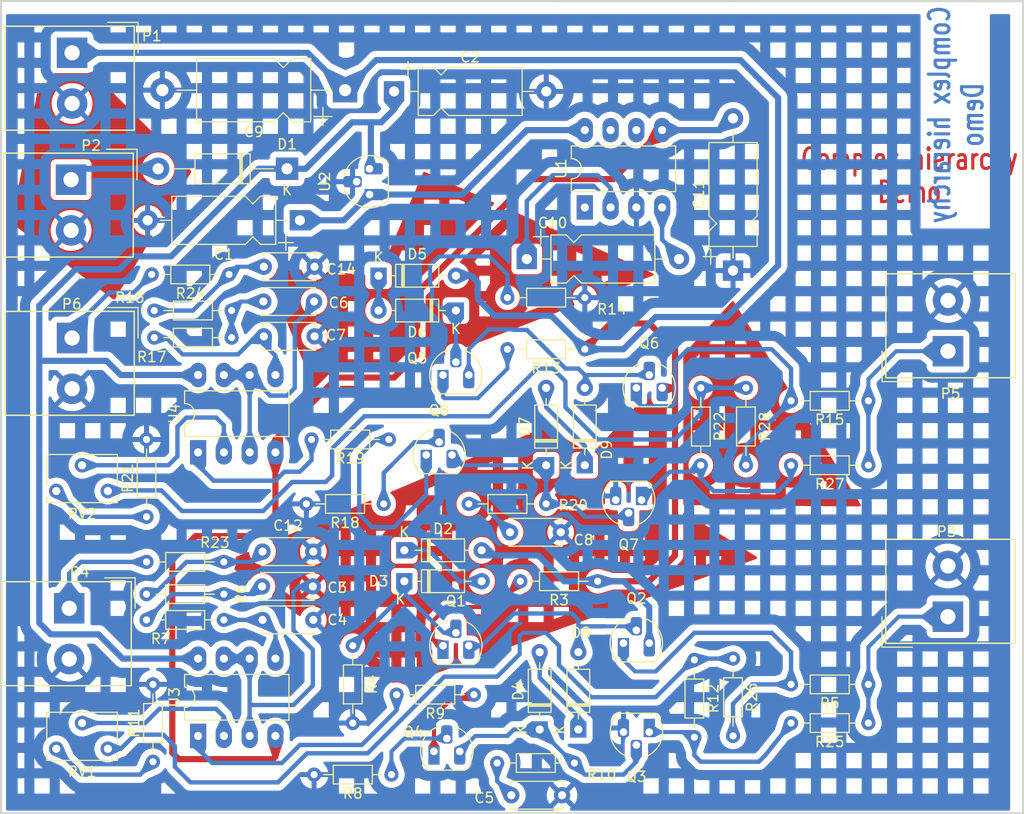
<source format=kicad_pcb>
(kicad_pcb (version 20221018) (generator pcbnew)
  (title_block (title "Actionneur_piezo") (company "Kicad devs") (comment 1 "Demo"))
  (layers (0 "F.Cu" power "top_copper") (1 "In1.Cu" signal) (2 "In2.Cu" signal) (3 "In3.Cu" signal) (4 "In4.Cu" signal) (5 "In5.Cu" signal) (6 "In6.Cu" signal) (7 "In7.Cu" signal) (8 "In8.Cu" signal) (9 "In9.Cu" signal) (10 "In10.Cu" signal) (11 "In11.Cu" signal) (12 "In12.Cu" signal) (13 "In13.Cu" signal) (14 "In14.Cu" signal) (15 "In15.Cu" signal) (16 "In16.Cu" signal) (17 "In17.Cu" signal) (18 "In18.Cu" signal) (31 "B.Cu" signal "bottom_copper") (34 "B.Paste" user) (35 "F.Paste" user) (36 "B.SilkS" user "B.Silkscreen") (37 "F.SilkS" user "F.Silkscreen") (38 "B.Mask" user) (39 "F.Mask" user) (44 "Edge.Cuts" user))
  (net 0 "")
  (net 1 "-VAA")
  (net 2 "/12Vext")
  (net 3 "/ampli_ht_horizontal/PIEZO_IN")
  (net 4 "/ampli_ht_horizontal/PIEZO_OUT")
  (net 5 "/ampli_ht_horizontal/S_OUT+")
  (net 6 "/ampli_ht_horizontal/Vpil_0_3,3V")
  (net 7 "/ampli_ht_vertical/PIEZO_IN")
  (net 8 "/ampli_ht_vertical/PIEZO_OUT")
  (net 9 "/ampli_ht_vertical/S_OUT+")
  (net 10 "/ampli_ht_vertical/Vpil_0_3,3V")
  (net 11 "GND")
  (net 12 "HT")
  (net 13 "Net-(U3B-+)")
  (net 14 "Net-(U4B-+)")
  (net 15 "Net-(C12-Pad1)")
  (net 16 "Net-(C14-Pad1)")
  (net 17 "Net-(C3-Pad2)")
  (net 18 "Net-(U1-CAP+)")
  (net 19 "Net-(C5-Pad1)")
  (net 20 "Net-(C6-Pad2)")
  (net 21 "Net-(U1-CAP-)")
  (net 22 "Net-(C8-Pad1)")
  (net 23 "Net-(D2-K)")
  (net 24 "Net-(D3-K)")
  (net 25 "Net-(D4-K)")
  (net 26 "Net-(D4-A)")
  (net 27 "Net-(R11-Pad1)")
  (net 28 "Net-(R19-Pad2)")
  (net 29 "Net-(R21-Pad1)")
  (net 30 "Net-(R9-Pad2)")
  (net 31 "Net-(D5-K)")
  (net 32 "Net-(D6-K)")
  (net 33 "VCC")
  (net 34 "Net-(D7-K)")
  (net 35 "Net-(D7-A)")
  (net 36 "Net-(D8-A)")
  (net 37 "Net-(D9-A)")
  (net 38 "Net-(Q1-E)")
  (net 39 "Net-(Q2-E)")
  (net 40 "+12V")
  (net 41 "Net-(Q3-E)")
  (net 42 "Net-(Q4-E)")
  (net 43 "Net-(Q4-B)")
  (net 44 "Net-(Q5-E)")
  (net 45 "Net-(Q6-E)")
  (net 46 "Net-(Q7-E)")
  (net 47 "Net-(Q8-E)")
  (net 48 "Net-(Q8-B)")
  (net 49 "Net-(U3A--)")
  (net 50 "Net-(U4A--)")
  (footprint "Capacitor_THT:CP_Axial_L10.0mm_D4.5mm_P15.00mm_Horizontal" (layer "F.Cu") (at 126.619 60.706)
    (fp_text reference "C2")
    (fp_text value "47uF/20V")
  )
  (footprint "Capacitor_THT:CP_Axial_L11.0mm_D6.0mm_P18.00mm_Horizontal" (layer "F.Cu") (at 121.793 60.579 180)
    (fp_text reference "C9")
    (fp_text value "47uF/63V")
  )
  (footprint "Capacitor_THT:CP_Axial_L10.0mm_D4.5mm_P15.00mm_Horizontal" (layer "F.Cu") (at 139.7 77.216)
    (fp_text reference "C10")
    (fp_text value "10uF")
  )
  (footprint "Capacitor_THT:CP_Axial_L10.0mm_D4.5mm_P15.00mm_Horizontal" (layer "F.Cu") (at 160.02 78.359 90)
    (fp_text reference "C11")
    (fp_text value "10uF")
  )
  (footprint "Package_TO_SOT_THT:TO-92_HandSolder" (layer "F.Cu") (at 131.445 115.316)
    (fp_text reference "Q1")
    (fp_text value "MPSA92")
  )
  (footprint "Package_TO_SOT_THT:TO-92_HandSolder" (layer "F.Cu") (at 151.765 123.825 180)
    (fp_text reference "Q3")
    (fp_text value "MPSA92")
  )
  (footprint "Package_TO_SOT_THT:TO-92_HandSolder" (layer "F.Cu") (at 131.445 88.646)
    (fp_text reference "Q5")
    (fp_text value "MPSA92")
  )
  (footprint "Package_TO_SOT_THT:TO-92_HandSolder" (layer "F.Cu") (at 150.495 89.916)
    (fp_text reference "Q6")
    (fp_text value "MPSA42")
  )
  (footprint "Package_TO_SOT_THT:TO-92_HandSolder" (layer "F.Cu") (at 151.003 100.965 180)
    (fp_text reference "Q7")
    (fp_text value "MPSA92")
  )
  (footprint "Package_TO_SOT_THT:TO-92_HandSolder" (layer "F.Cu") (at 129.794 96.52)
    (fp_text reference "Q8")
    (fp_text value "MPSA42")
  )
  (footprint "Potentiometer_THT:Potentiometer_Bourns_3266W_Vertical" (layer "F.Cu") (at 93.345 125.476 180)
    (fp_text reference "RV1")
    (fp_text value "4,7K")
  )
  (footprint "Potentiometer_THT:Potentiometer_Bourns_3266W_Vertical" (layer "F.Cu") (at 93.345 100.076 180)
    (fp_text reference "RV2")
    (fp_text value "4,7K")
  )
  (footprint "Package_TO_SOT_THT:TO-92_HandSolder" (layer "F.Cu") (at 124.206 70.866 90)
    (fp_text reference "U2")
    (fp_text value "78L05")
  )
  (footprint "Resistor_THT:R_Axial_DIN0204_L3.6mm_D1.6mm_P7.62mm_Horizontal" (layer "F.Cu") (at 126.111 94.996 180)
    (fp_text reference "R19")
    (fp_text value "1K")
  )
  (footprint "Resistor_THT:R_Axial_DIN0204_L3.6mm_D1.6mm_P7.62mm_Horizontal" (layer "F.Cu") (at 109.855 110.236 180)
    (fp_text reference "R6")
    (fp_text value "22K")
  )
  (footprint "Resistor_THT:R_Axial_DIN0204_L3.6mm_D1.6mm_P7.62mm_Horizontal" (layer "F.Cu") (at 125.603 101.346 180)
    (fp_text reference "R18")
    (fp_text value "1K")
  )
  (footprint "Resistor_THT:R_Axial_DIN0204_L3.6mm_D1.6mm_P7.62mm_Horizontal" (layer "F.Cu") (at 110.617 82.296 180)
    (fp_text reference "R16")
    (fp_text value "22K")
  )
  (footprint "Resistor_THT:R_Axial_DIN0204_L3.6mm_D1.6mm_P7.62mm_Horizontal" (layer "F.Cu") (at 173.355 91.186 180)
    (fp_text reference "R15")
    (fp_text value "47")
  )
  (footprint "Resistor_THT:R_Axial_DIN0204_L3.6mm_D1.6mm_P7.62mm_Horizontal" (layer "F.Cu") (at 137.795 81.026)
    (fp_text reference "R14")
    (fp_text value "220K")
  )
  (footprint "Resistor_THT:R_Axial_DIN0204_L3.6mm_D1.6mm_P7.62mm_Horizontal" (layer "F.Cu") (at 145.415 86.106 180)
    (fp_text reference "R13")
    (fp_text value "470")
  )
  (footprint "Resistor_THT:R_Axial_DIN0204_L3.6mm_D1.6mm_P7.62mm_Horizontal" (layer "F.Cu") (at 156.21 116.713 -90)
    (fp_text reference "R12")
    (fp_text value "220K")
  )
  (footprint "Resistor_THT:R_Axial_DIN0204_L3.6mm_D1.6mm_P7.62mm_Horizontal" (layer "F.Cu") (at 102.87 126.746 90)
    (fp_text reference "R11")
    (fp_text value "4,7K")
  )
  (footprint "Resistor_THT:R_Axial_DIN0204_L3.6mm_D1.6mm_P7.62mm_Horizontal" (layer "F.Cu") (at 144.399 126.873 180)
    (fp_text reference "R10")
    (fp_text value "5,6K")
  )
  (footprint "Resistor_THT:R_Axial_DIN0204_L3.6mm_D1.6mm_P7.62mm_Horizontal" (layer "F.Cu") (at 134.493 120.142 180)
    (fp_text reference "R9")
    (fp_text value "1K")
  )
  (footprint "Resistor_THT:R_Axial_DIN0204_L3.6mm_D1.6mm_P7.62mm_Horizontal" (layer "F.Cu") (at 126.365 128.016 180)
    (fp_text reference "R8")
    (fp_text value "1K")
  )
  (footprint "Resistor_THT:R_Axial_DIN0204_L3.6mm_D1.6mm_P7.62mm_Horizontal" (layer "F.Cu") (at 109.855 112.776 180)
    (fp_text reference "R7")
    (fp_text value "22K")
  )
  (footprint "Resistor_THT:R_Axial_DIN0204_L3.6mm_D1.6mm_P7.62mm_Horizontal" (layer "F.Cu") (at 102.997 84.963)
    (fp_text reference "R17")
    (fp_text value "22K")
  )
  (footprint "Resistor_THT:R_Axial_DIN0204_L3.6mm_D1.6mm_P7.62mm_Horizontal" (layer "F.Cu") (at 102.235 102.616 90)
    (fp_text reference "R21")
    (fp_text value "4,7K")
  )
  (footprint "Resistor_THT:R_Axial_DIN0204_L3.6mm_D1.6mm_P7.62mm_Horizontal" (layer "F.Cu") (at 146.685 108.966 180)
    (fp_text reference "R3")
    (fp_text value "470")
  )
  (footprint "Resistor_THT:R_Axial_DIN0204_L3.6mm_D1.6mm_P7.62mm_Horizontal" (layer "F.Cu") (at 122.555 115.316 -90)
    (fp_text reference "R4")
    (fp_text value "220K")
  )
  (footprint "Resistor_THT:R_Axial_DIN0204_L3.6mm_D1.6mm_P7.62mm_Horizontal" (layer "F.Cu") (at 173.355 119.126 180)
    (fp_text reference "R5")
    (fp_text value "47")
  )
  (footprint "Resistor_THT:R_Axial_DIN0204_L3.6mm_D1.6mm_P7.62mm_Horizontal" (layer "F.Cu") (at 161.29 89.916 -90)
    (fp_text reference "R28")
    (fp_text value "220K")
  )
  (footprint "Resistor_THT:R_Axial_DIN0204_L3.6mm_D1.6mm_P7.62mm_Horizontal" (layer "F.Cu") (at 173.355 97.536 180)
    (fp_text reference "R27")
    (fp_text value "47")
  )
  (footprint "Resistor_THT:R_Axial_DIN0204_L3.6mm_D1.6mm_P7.62mm_Horizontal" (layer "F.Cu") (at 160.02 116.586 -90)
    (fp_text reference "R26")
    (fp_text value "220K")
  )
  (footprint "Resistor_THT:R_Axial_DIN0204_L3.6mm_D1.6mm_P7.62mm_Horizontal" (layer "F.Cu") (at 173.355 122.936 180)
    (fp_text reference "R25")
    (fp_text value "47")
  )
  (footprint "Resistor_THT:R_Axial_DIN0204_L3.6mm_D1.6mm_P7.62mm_Horizontal" (layer "F.Cu") (at 110.363 78.74 180)
    (fp_text reference "R24")
    (fp_text value "1K")
  )
  (footprint "Resistor_THT:R_Axial_DIN0204_L3.6mm_D1.6mm_P7.62mm_Horizontal" (layer "F.Cu") (at 109.855 107.061 180)
    (fp_text reference "R23")
    (fp_text value "1K")
  )
  (footprint "Resistor_THT:R_Axial_DIN0204_L3.6mm_D1.6mm_P7.62mm_Horizontal" (layer "F.Cu") (at 156.845 89.916 -90)
    (fp_text reference "R22")
    (fp_text value "220K")
  )
  (footprint "Resistor_THT:R_Axial_DIN0204_L3.6mm_D1.6mm_P7.62mm_Horizontal" (layer "F.Cu") (at 141.605 101.346 180)
    (fp_text reference "R20")
    (fp_text value "5,6K")
  )
  (footprint "Package_DIP:DIP-8_W7.62mm_LongPads" (layer "F.Cu") (at 107.315 96.266 90)
    (fp_text reference "U4")
    (fp_text value "LM358N")
  )
  (footprint "Package_DIP:DIP-8_W7.62mm_LongPads" (layer "F.Cu") (at 145.415 72.136 90)
    (fp_text reference "U1")
    (fp_text value "ICL7660")
  )
  (footprint "Package_DIP:DIP-8_W7.62mm_LongPads" (layer "F.Cu") (at 107.315 124.206 90)
    (fp_text reference "U3")
    (fp_text value "LM358N")
  )
  (footprint "Capacitor_THT:C_Disc_D5.0mm_W2.5mm_P5.00mm" (layer "F.Cu") (at 138.049 104.14)
    (fp_text reference "C8")
    (fp_text value "820pF")
  )
  (footprint "Capacitor_THT:C_Disc_D5.0mm_W2.5mm_P5.00mm" (layer "F.Cu") (at 113.792 84.836)
    (fp_text reference "C7")
    (fp_text value "4.7nF")
  )
  (footprint "Capacitor_THT:C_Disc_D5.0mm_W2.5mm_P5.00mm" (layer "F.Cu") (at 118.745 81.407 180)
    (fp_text reference "C6")
    (fp_text value "15nF")
  )
  (footprint "Capacitor_THT:C_Disc_D5.0mm_W2.5mm_P5.00mm" (layer "F.Cu") (at 138.176 130.048)
    (fp_text reference "C5")
    (fp_text value "820pF")
  )
  (footprint "Capacitor_THT:C_Disc_D5.0mm_W2.5mm_P5.00mm" (layer "F.Cu") (at 113.665 106.045)
    (fp_text reference "C12")
    (fp_text value "150nF")
  )
  (footprint "Capacitor_THT:C_Disc_D5.0mm_W2.5mm_P5.00mm" (layer "F.Cu") (at 113.792 77.978)
    (fp_text reference "C14")
    (fp_text value "150nF")
  )
  (footprint "Capacitor_THT:C_Disc_D5.0mm_W2.5mm_P5.00mm" (layer "F.Cu") (at 113.665 112.776)
    (fp_text reference "C4")
    (fp_text value "4.7nF")
  )
  (footprint "Capacitor_THT:C_Disc_D5.0mm_W2.5mm_P5.00mm" (layer "F.Cu") (at 118.618 109.474 180)
    (fp_text reference "C3")
    (fp_text value "15nF")
  )
  (footprint "Diode_THT:D_DO-41_SOD81_P12.70mm_Horizontal" (layer "F.Cu") (at 116.078 68.326 180)
    (fp_text reference "D1")
    (fp_text value "1N4007")
  )
  (footprint "Diode_THT:D_DO-35_SOD27_P7.62mm_Horizontal" (layer "F.Cu") (at 125.095 78.867)
    (fp_text reference "D5")
    (fp_text value "1N4148")
  )
  (footprint "Diode_THT:D_DO-35_SOD27_P7.62mm_Horizontal" (layer "F.Cu") (at 144.78 123.571 90)
    (fp_text reference "D8")
    (fp_text value "1N4148")
  )
  (footprint "Diode_THT:D_DO-35_SOD27_P7.62mm_Horizontal" (layer "F.Cu") (at 127.635 105.918)
    (fp_text reference "D2")
    (fp_text value "1N4148")
  )
  (footprint "Diode_THT:D_DO-35_SOD27_P7.62mm_Horizontal" (layer "F.Cu") (at 127.635 108.966)
    (fp_text reference "D3")
    (fp_text value "1N4148")
  )
  (footprint "Diode_THT:D_DO-35_SOD27_P7.62mm_Horizontal" (layer "F.Cu") (at 141.605 97.536 90)
    (fp_text reference "D7")
    (fp_text value "1N4148")
  )
  (footprint "Diode_THT:D_DO-35_SOD27_P7.62mm_Horizontal" (layer "F.Cu") (at 132.715 82.296 180)
    (fp_text reference "D6")
    (fp_text value "1N4148")
  )
  (footprint "Diode_THT:D_DO-35_SOD27_P7.62mm_Horizontal" (layer "F.Cu") (at 140.97 123.571 90)
    (fp_text reference "D4")
    (fp_text value "1N4148")
  )
  (footprint "Diode_THT:D_DO-35_SOD27_P7.62mm_Horizontal" (layer "F.Cu") (at 145.415 97.536 90)
    (fp_text reference "D9")
    (fp_text value "1N4148")
  )
  (footprint "TerminalBlock_Altech:Altech_AK300_1x02_P5.00mm_45-Degree" (layer "F.Cu") (at 94.9 56.9 -90)
    (fp_text reference "P1")
    (fp_text value "CONN_2")
  )
  (footprint "TerminalBlock_Altech:Altech_AK300_1x02_P5.00mm_45-Degree" (layer "F.Cu") (at 94.8 69.4 -90)
    (fp_text reference "P2")
    (fp_text value "CONN_2")
  )
  (footprint "TerminalBlock_Altech:Altech_AK300_1x02_P5.00mm_45-Degree" (layer "F.Cu") (at 94.615 111.633 -90)
    (fp_text reference "P4")
    (fp_text value "CONN_2")
  )
  (footprint "TerminalBlock_Altech:Altech_AK300_1x02_P5.00mm_45-Degree" (layer "F.Cu") (at 181.1925 112.4575 90)
    (fp_text reference "P3")
    (fp_text value "CONN_2")
  )
  (footprint "TerminalBlock_Altech:Altech_AK300_1x02_P5.00mm_45-Degree" (layer "F.Cu") (at 94.9 85 -90)
    (fp_text reference "P6")
    (fp_text value "CONN_2")
  )
  (footprint "TerminalBlock_Altech:Altech_AK300_1x02_P5.00mm_45-Degree" (layer "F.Cu") (at 181.2 86.3 90)
    (fp_text reference "P5")
    (fp_text value "CONN_2")
  )
  (footprint "Package_TO_SOT_THT:TO-92_HandSolder" (layer "F.Cu") (at 149.225 115.062)
    (fp_text reference "Q2")
    (fp_text value "MPSA42")
  )
  (footprint "Package_TO_SOT_THT:TO-92_HandSolder" (layer "F.Cu") (at 130.556 125.73)
    (fp_text reference "Q4")
    (fp_text value "MPSA42")
  )
  (footprint "Capacitor_THT:CP_Axial_L10.0mm_D4.5mm_P15.00mm_Horizontal" (layer "F.Cu") (at 117.348 73.406 180)
    (fp_text reference "C1")
    (fp_text value "47uF")
  )
  (gr_line (start 87.9 131.826) (end 87.9 51.8) (stroke (width 0.2032)) (layer "Edge.Cuts"))
  (gr_line (start 188.595 131.826) (end 87.9 131.826) (stroke (width 0.2032)) (layer "Edge.Cuts"))
  (gr_line (start 87.9 51.8) (end 188.595 51.816) (stroke (width 0.2032)) (layer "Edge.Cuts"))
  (gr_line (start 188.595 51.816) (end 188.595 131.826) (stroke (width 0.2032)) (layer "Edge.Cuts"))
  (gr_text "Complex hierarchy\nDemo" (at 177.4 69) (layer "F.Cu") (effects (font (size 2.032 1.524) (thickness 0.3048))))
  (gr_text "Complex hierarchy\nDemo" (at 182 63 90) (layer "B.Cu") (effects (font (size 2.032 1.524) (thickness 0.3048)) (justify mirror)))
  (segment (start 107.061 104.521) (end 104.775 106.807) (width 0.6096) (layer "F.Cu") (net 1))
  (segment (start 105.41 126.492) (end 114.681 126.492) (width 0.6096) (layer "F.Cu") (net 1))
  (segment (start 104.775 106.807) (end 104.775 125.857) (width 0.6096) (layer "F.Cu") (net 1))
  (segment (start 128.905 86.614) (end 128.905 80.518) (width 0.6096) (layer "F.Cu") (net 1))
  (segment (start 140.081 69.342) (end 148.209 69.342) (width 0.6096) (layer "F.Cu") (net 1))
  (segment (start 148.209 69.342) (end 153.035 64.516) (width 0.6096) (layer "F.Cu") (net 1))
  (segment (start 128.905 80.518) (end 140.081 69.342) (width 0.6096) (layer "F.Cu") (net 1))
  (segment (start 114.935 102.108) (end 114.935 102.362) (width 0.6096) (layer "F.Cu") (net 1))
  (segment (start 114.935 96.266) (end 114.935 94.996) (width 0.6096) (layer "F.Cu") (net 1))
  (segment (start 114.935 94.996) (end 121.031 88.9) (width 0.6096) (layer "F.Cu") (net 1))
  (segment (start 114.935 126.238) (end 114.935 124.206) (width 0.6096) (layer "F.Cu") (net 1))
  (segment (start 114.935 102.362) (end 112.776 104.521) (width 0.6096) (layer "F.Cu") (net 1))
  (segment (start 105.41 126.492) (end 104.775 125.857) (width 0.6096) (layer "F.Cu") (net 1))
  (segment (start 121.031 88.9) (end 126.619 88.9) (width 0.6) (layer "F.Cu") (net 1))
  (segment (start 112.776 104.521) (end 107.061 104.521) (width 0.6096) (layer "F.Cu") (net 1))
  (segment (start 114.681 126.492) (end 114.935 126.238) (width 0.6096) (layer "F.Cu") (net 1))
  (segment (start 126.619 88.9) (end 128.905 86.614) (width 0.6096) (layer "F.Cu") (net 1))
  (segment (start 114.935 96.266) (end 114.935 102.108) (width 0.6096) (layer "F.Cu") (net 1))
  (segment (start 153.035 64.516) (end 158.75 64.516) (width 0.6096) (layer "B.Cu") (net 1))
  (segment (start 158.75 64.516) (end 160.02 63.246) (width 0.6096) (layer "B.Cu") (net 1))
  (segment (start 103.378 68.326) (end 95.874 68.326) (width 0.6) (layer "B.Cu") (net 2))
  (segment (start 95.874 68.326) (end 94.8 69.4) (width 0.6) (layer "B.Cu") (net 2))
  (segment (start 98.552 80.518) (end 100.965 80.518) (width 0.4318) (layer "B.Cu") (net 3))
  (segment (start 95.885 83.185) (end 98.552 80.518) (width 0.4318) (layer "B.Cu") (net 3))
  (segment (start 95.885 84.836) (end 95.885 83.185) (width 0.4318) (layer "B.Cu") (net 3))
  (segment (start 100.965 80.518) (end 102.743 78.74) (width 0.4318) (layer "B.Cu") (net 3))
  (segment (start 173.355 89.045) (end 173.355 91.186) (width 0.4) (layer "B.Cu") (net 4))
  (segment (start 173.355 97.536) (end 173.355 91.186) (width 0.4318) (layer "B.Cu") (net 4))
  (segment (start 176.1 86.3) (end 173.355 89.045) (width 0.4) (layer "B.Cu") (net 4))
  (segment (start 181.2 86.3) (end 176.1 86.3) (width 0.4) (layer "B.Cu") (net 4))
  (segment (start 116.586 99.187) (end 119.888 99.187) (width 0.4318) (layer "B.Cu") (net 5))
  (segment (start 156.845 89.916) (end 156.845 92.456) (width 0.4318) (layer "B.Cu") (net 5))
  (segment (start 143.51 91.821) (end 146.685 94.996) (width 0.4318) (layer "B.Cu") (net 5))
  (segment (start 140.589 88.011) (end 142.24 88.011) (width 0.4318) (layer "B.Cu") (net 5))
  (segment (start 98.48596 100.01504) (end 103.69804 100.01504) (width 0.4318) (layer "B.Cu") (net 5))
  (segment (start 113.7285 102.0445) (end 116.586 99.187) (width 0.4318) (layer "B.Cu") (net 5))
  (segment (start 123.698 92.71) (end 120.523 95.885) (width 0.4318) (layer "B.Cu") (net 5))
  (segment (start 105.7275 102.0445) (end 113.7285 102.0445) (width 0.4318) (layer "B.Cu") (net 5))
  (segment (start 142.24 88.011) (end 143.51 89.281) (width 0.4318) (layer "B.Cu") (net 5))
  (segment (start 135.89 92.71) (end 123.698 92.71) (width 0.4318) (layer "B.Cu") (net 5))
  (segment (start 154.305 94.996) (end 146.685 94.996) (width 0.4318) (layer "B.Cu") (net 5))
  (segment (start 143.51 89.281) (end 143.51 91.821) (width 0.4318) (layer "B.Cu") (net 5))
  (segment (start 135.89 92.71) (end 136.017 92.71) (width 0.4) (layer "B.Cu") (net 5))
  (segment (start 120.523 95.885) (end 120.523 98.552) (width 0.4318) (layer "B.Cu") (net 5))
  (segment (start 119.888 99.187) (end 120.523 98.552) (width 0.4318) (layer "B.Cu") (net 5))
  (segment (start 105.7275 102.0445) (end 103.69804 100.01504) (width 0.4318) (layer "B.Cu") (net 5))
  (segment (start 140.589 88.138) (end 140.589 88.011) (width 0.4) (layer "B.Cu") (net 5))
  (segment (start 98.425 100.076) (end 98.48596 100.01504) (width 0.4318) (layer "B.Cu") (net 5))
  (segment (start 156.845 89.916) (end 161.29 89.916) (width 0.4318) (layer "B.Cu") (net 5))
  (segment (start 156.845 92.456) (end 154.305 94.996) (width 0.4318) (layer "B.Cu") (net 5))
  (segment (start 136.017 92.71) (end 140.589 88.138) (width 0.4) (layer "B.Cu") (net 5))
  (segment (start 109.855 88.646) (end 112.395 88.646) (width 0.4318) (layer "B.Cu") (net 6))
  (segment (start 114.427 90.678) (end 112.395 88.646) (width 0.4318) (layer "B.Cu") (net 6))
  (segment (start 118.745 82.042) (end 116.84 83.566) (width 0.4318) (layer "B.Cu") (net 6))
  (segment (start 116.078 90.678) (end 114.427 90.678) (width 0.4318) (layer "B.Cu") (net 6))
  (segment (start 116.84 83.566) (end 116.84 89.916) (width 0.4318) (layer "B.Cu") (net 6))
  (segment (start 112.395 88.646) (end 112.395 96.266) (width 0.4318) (layer "B.Cu") (net 6))
  (segment (start 116.84 89.916) (end 116.078 90.678) (width 0.4318) (layer "B.Cu") (net 6))
  (segment (start 118.745 81.407) (end 118.745 82.042) (width 0.4318) (layer "B.Cu") (net 6))
  (segment (start 94.615 108.204) (end 95.758 107.061) (width 0.4318) (layer "B.Cu") (net 7))
  (segment (start 94.615 111.506) (end 94.615 108.204) (width 0.4318) (layer "B.Cu") (net 7))
  (segment (start 95.758 107.061) (end 102.235 107.061) (width 0.4318) (layer "B.Cu") (net 7))
  (segment (start 173.355 122.936) (end 173.355 119.126) (width 0.4318) (layer "B.Cu") (net 8))
  (segment (start 173.355 115.445) (end 173.355 119.126) (width 0.4) (layer "B.Cu") (net 8))
  (segment (start 181.1925 112.4575) (end 176.3425 112.4575) (width 0.4) (layer "B.Cu") (net 8))
  (segment (start 176.3425 112.4575) (end 173.355 115.445) (width 0.4) (layer "B.Cu") (net 8))
  (segment (start 146.05 120.396) (end 152.4 120.396) (width 0.4318) (layer "B.Cu") (net 9))
  (segment (start 139.319 114.046) (end 139.0015 114.3635) (width 0.4) (layer "B.Cu") (net 9))
  (segment (start 142.875 115.316) (end 142.875 117.221) (width 0.4318) (layer "B.Cu") (net 9))
  (segment (start 152.4 120.396) (end 156.21 116.586) (width 0.4318) (layer "B.Cu") (net 9))
  (segment (start 105.029 127.254) (end 106.553 128.778) (width 0.4318) (layer "B.Cu") (net 9))
  (segment (start 141.097 114.046) (end 141.605 114.046) (width 0.4318) (layer "B.Cu") (net 9))
  (segment (start 98.425 125.476) (end 99.695 125.476) (width 0.4318) (layer "B.Cu") (net 9))
  (segment (start 156.21 116.586) (end 160.02 116.586) (width 0.4318) (layer "B.Cu") (net 9))
  (segment (start 118.0465 125.9205) (end 124.0155 125.9205) (width 0.4318) (layer "B.Cu") (net 9))
  (segment (start 141.605 114.046) (end 142.875 115.316) (width 0.4318) (layer "B.Cu") (net 9))
  (segment (start 142.875 117.221) (end 146.05 120.396) (width 0.4318) (layer "B.Cu") (net 9))
  (segment (start 101.092 124.079) (end 103.886 124.079) (width 0.4318) (layer "B.Cu") (net 9))
  (segment (start 141.097 114.046) (end 139.319 114.046) (width 0.4) (layer "B.Cu") (net 9))
  (segment (start 124.0155 125.9205) (end 131.572 118.364) (width 0.4318) (layer "B.Cu") (net 9))
  (segment (start 139.0015 114.3635) (end 139.0015 116.1415) (width 0.4) (layer "B.Cu") (net 9))
  (segment (start 136.779 118.364) (end 139.0015 116.1415) (width 0.4318) (layer "B.Cu") (net 9))
  (segment (start 99.695 125.476) (end 101.092 124.079) (width 0.4318) (layer "B.Cu") (net 9))
  (segment (start 105.029 125.222) (end 105.029 127.254) (width 0.4318) (layer "B.Cu") (net 9))
  (segment (start 115.189 128.778) (end 118.0465 125.9205) (width 0.4318) (layer "B.Cu") (net 9))
  (segment (start 131.572 118.364) (end 136.779 118.364) (width 0.4318) (layer "B.Cu") (net 9))
  (segment (start 103.886 124.079) (end 105.029 125.222) (width 0.4318) (layer "B.Cu") (net 9))
  (segment (start 106.553 128.778) (end 115.189 128.778) (width 0.4318) (layer "B.Cu") (net 9))
  (segment (start 116.713 111.76) (end 116.713 113.792) (width 0.4318) (layer "B.Cu") (net 10))
  (segment (start 116.713 109.982) (end 117.221 109.474) (width 0.4) (layer "B.Cu") (net 10))
  (segment (start 117.221 109.474) (end 118.618 109.474) (width 0.4) (layer "B.Cu") (net 10))
  (segment (start 112.395 116.586) (end 109.855 116.586) (width 0.4318) (layer "B.Cu") (net 10))
  (segment (start 118.618 119.253) (end 116.713 121.158) (width 0.4318) (layer "B.Cu") (net 10))
  (segment (start 116.713 113.792) (end 118.618 115.697) (width 0.4318) (layer "B.Cu") (net 10))
  (segment (start 112.395 121.158) (end 112.395 116.586) (width 0.4318) (layer "B.Cu") (net 10))
  (segment (start 116.713 121.158) (end 112.395 121.158) (width 0.4318) (layer "B.Cu") (net 10))
  (segment (start 116.713 111.76) (end 116.713 109.982) (width 0.4) (layer "B.Cu") (net 10))
  (segment (start 112.395 124.206) (end 112.395 121.158) (width 0.4318) (layer "B.Cu") (net 10))
  (segment (start 118.618 115.697) (end 118.618 119.253) (width 0.4318) (layer "B.Cu") (net 10))
  (segment (start 154.305 106.426) (end 151.765 108.966) (width 0.6096) (layer "F.Cu") (net 12))
  (segment (start 145.415 86.106) (end 147.955 83.566) (width 0.6096) (layer "F.Cu") (net 12))
  (segment (start 154.178 89.916) (end 154.305 90.043) (width 0.6) (layer "F.Cu") (net 12))
  (segment (start 154.305 86.106) (end 154.305 90.043) (width 0.6096) (layer "F.Cu") (net 12))
  (segment (start 151.765 83.566) (end 154.305 86.106) (width 0.6096) (layer "F.Cu") (net 12))
  (segment (start 147.955 83.566) (end 151.765 83.566) (width 0.6096) (layer "F.Cu") (net 12))
  (segment (start 151.765 108.966) (end 146.685 108.966) (width 0.6096) (layer "F.Cu") (net 12))
  (segment (start 153.035 89.916) (end 154.178 89.916) (width 0.6) (layer "F.Cu") (net 12))
  (segment (start 154.305 90.043) (end 154.305 106.426) (width 0.6096) (layer "F.Cu") (net 12))
  (segment (start 135.763 106.426) (end 135.255 105.918) (width 0.6) (layer "B.Cu") (net 12))
  (segment (start 136.525 82.80146) (end 142.11046 82.80146) (width 0.6096) (layer "B.Cu") (net 12))
  (segment (start 136.52246 82.80146) (end 134.874 81.153) (width 0.6) (layer "B.Cu") (net 12))
  (segment (start 134.874 81.153) (end 134.874 79.502) (width 0.6) (layer "B.Cu") (net 12))
  (segment (start 134.874 79.502) (end 134.239 78.867) (width 0.6) (layer "B.Cu") (net 12))
  (segment (start 134.239 78.867) (end 132.715 78.867) (width 0.6) (layer "B.Cu") (net 12))
  (segment (start 121.89206 60.579) (end 124.8537 57.61736) (width 0.6) (layer "B.Cu") (net 12))
  (segment (start 142.11046 82.80146) (end 145.415 86.106) (width 0.6096) (layer "B.Cu") (net 12))
  (segment (start 143.383 108.966) (end 146.685 108.966) (width 0.6096) (layer "B.Cu") (net 12))
  (segment (start 117.15858 56.9) (end 118.114 56.9) (width 0.6) (layer "B.Cu") (net 12))
  (segment (start 151.765 111.506) (end 149.225 108.966) (width 0.6) (layer "B.Cu") (net 12))
  (segment (start 140.843 106.426) (end 143.383 108.966) (width 0.6096) (layer "B.Cu") (net 12))
  (segment (start 124.8537 57.61736) (end 160.74136 57.61736) (width 0.6096) (layer "B.Cu") (net 12))
  (segment (start 160.74136 57.61736) (end 164.465 61.341) (width 0.6096) (layer "B.Cu") (net 12))
  (segment (start 149.225 108.966) (end 146.685 108.966) (width 0.6) (layer "B.Cu") (net 12))
  (segment (start 152.4 82.931) (end 149.225 86.106) (width 0.6096) (layer "B.Cu") (net 12))
  (segment (start 159.385 82.931) (end 152.4 82.931) (width 0.6096) (layer "B.Cu") (net 12))
  (segment (start 164.465 77.851) (end 159.385 82.931) (width 0.6096) (layer "B.Cu") (net 12))
  (segment (start 140.716 106.426) (end 135.763 106.426) (width 0.6) (layer "B.Cu") (net 12))
  (segment (start 140.716 106.426) (end 140.843 106.426) (width 0.6096) (layer "B.Cu") (net 12))
  (segment (start 164.465 61.341) (end 164.465 77.851) (width 0.6096) (layer "B.Cu") (net 12))
  (segment (start 149.225 86.106) (end 145.415 86.106) (width 0.6096) (layer "B.Cu") (net 12))
  (segment (start 117.15858 56.9) (end 94.9 56.9) (width 0.6096) (layer "B.Cu") (net 12))
  (segment (start 121.793 60.579) (end 121.89206 60.579) (width 0.6) (layer "B.Cu") (net 12))
  (segment (start 151.765 115.062) (end 151.765 111.506) (width 0.6) (layer "B.Cu") (net 12))
  (segment (start 136.525 82.80146) (end 136.52246 82.80146) (width 0.6) (layer "B.Cu") (net 12))
  (segment (start 118.114 56.9) (end 121.793 60.579) (width 0.6) (layer "B.Cu") (net 12))
  (segment (start 109.855 112.776) (end 113.665 112.776) (width 0.4318) (layer "B.Cu") (net 13))
  (segment (start 113.665 112.776) (end 114.935 114.046) (width 0.4318) (layer "B.Cu") (net 13))
  (segment (start 114.935 114.046) (end 114.935 116.586) (width 0.4318) (layer "B.Cu") (net 13))
  (segment (start 104.14 84.963) (end 105.791 86.614) (width 0.4) (layer "B.Cu") (net 14))
  (segment (start 114.935 86.741) (end 114.935 88.646) (width 0.4318) (layer "B.Cu") (net 14))
  (segment (start 102.997 84.963) (end 104.14 84.963) (width 0.4) (layer "B.Cu") (net 14))
  (segment (start 111.252 86.614) (end 105.791 86.614) (width 0.4318) (layer "B.Cu") (net 14))
  (segment (start 113.665 84.836) (end 113.03 84.836) (width 0.4318) (layer "B.Cu") (net 14))
  (segment (start 113.665 84.836) (end 113.665 85.471) (width 0.4318) (layer "B.Cu") (net 14))
  (segment (start 113.665 85.471) (end 114.935 86.741) (width 0.4318) (layer "B.Cu") (net 14))
  (segment (start 113.03 84.836) (end 111.252 86.614) (width 0.4318) (layer "B.Cu") (net 14))
  (segment (start 112.649 107.061) (end 113.665 106.045) (width 0.4) (layer "B.Cu") (net 15))
  (segment (start 106.172 107.061) (end 109.855 107.061) (width 0.4318) (layer "B.Cu") (net 15))
  (segment (start 109.855 107.061) (end 112.649 107.061) (width 0.4) (layer "B.Cu") (net 15))
  (segment (start 102.235 110.236) (end 102.997 110.236) (width 0.4318) (layer "B.Cu") (net 15))
  (segment (start 102.997 110.236) (end 106.172 107.061) (width 0.4318) (layer "B.Cu") (net 15))
  (segment (start 111.125 77.978) (end 110.363 78.74) (width 0.4) (layer "B.Cu") (net 16))
  (segment (start 106.807 82.296) (end 110.363 78.74) (width 0.4318) (layer "B.Cu") (net 16))
  (segment (start 113.792 77.978) (end 111.125 77.978) (width 0.4) (layer "B.Cu") (net 16))
  (segment (start 102.997 82.296) (end 106.807 82.296) (width 0.4318) (layer "B.Cu") (net 16))
  (segment (start 112.856 110.236) (end 113.618 109.474) (width 0.4) (layer "B.Cu") (net 17))
  (segment (start 102.235 112.776) (end 104.775 110.236) (width 0.4318) (layer "B.Cu") (net 17))
  (segment (start 104.775 110.236) (end 109.855 110.236) (width 0.4318) (layer "B.Cu") (net 17))
  (segment (start 109.855 110.236) (end 112.856 110.236) (width 0.4) (layer "B.Cu") (net 17))
  (segment (start 147.955 70.231) (end 147.955 72.136) (width 0.4318) (layer "B.Cu") (net 18))
  (segment (start 139.7 71.501) (end 142.24 68.961) (width 0.4318) (layer "B.Cu") (net 18))
  (segment (start 139.7 77.216) (end 139.7 71.501) (width 0.4318) (layer "B.Cu") (net 18))
  (segment (start 142.24 68.961) (end 146.685 68.961) (width 0.4318) (layer "B.Cu") (net 18))
  (segment (start 146.685 68.961) (end 147.955 70.231) (width 0.4318) (layer "B.Cu") (net 18))
  (segment (start 136.779 128.651) (end 138.176 130.048) (width 0.4318) (layer "B.Cu") (net 19))
  (segment (start 136.779 126.873) (end 136.779 128.651) (width 0.4318) (layer "B.Cu") (net 19))
  (segment (start 111.506 81.407) (end 110.617 82.296) (width 0.4) (layer "B.Cu") (net 20))
  (segment (start 113.745 81.407) (end 111.506 81.407) (width 0.4) (layer "B.Cu") (net 20))
  (segment (start 110.617 84.963) (end 110.617 82.296) (width 0.4318) (layer "B.Cu") (net 20))
  (segment (start 153.035 72.136) (end 153.035 75.311) (width 0.4318) (layer "B.Cu") (net 21))
  (segment (start 153.035 75.311) (end 154.94 77.216) (width 0.4318) (layer "B.Cu") (net 21))
  (segment (start 135.255 101.346) (end 138.049 104.14) (width 0.4318) (layer "B.Cu") (net 22))
  (segment (start 133.985 101.346) (end 135.255 101.346) (width 0.4318) (layer "B.Cu") (net 22))
  (segment (start 132.969 108.839) (end 130.048 105.918) (width 0.4) (layer "B.Cu") (net 23))
  (segment (start 130.048 105.918) (end 127.635 105.918) (width 0.4) (layer "B.Cu") (net 23))
  (segment (start 135.255 108.966) (end 132.969 108.966) (width 0.4318) (layer "B.Cu") (net 23))
  (segment (start 132.969 108.966) (end 132.969 108.839) (width 0.4) (layer "B.Cu") (net 23))
  (segment (start 122.555 115.316) (end 122.555 115.24742) (width 0.4318) (layer "B.Cu") (net 24))
  (segment (start 132.715 114.046) (end 131.51358 114.046) (width 0.4) (layer "B.Cu") (net 24))
  (segment (start 122.555 115.24742) (end 127.635 110.16742) (width 0.4318) (layer "B.Cu") (net 24))
  (segment (start 127.635 108.966) (end 127.635 110.16742) (width 0.4318) (layer "B.Cu") (net 24))
  (segment (start 131.51358 114.046) (end 130.175 112.70742) (width 0.4) (layer "B.Cu") (net 24))
  (segment (start 127.635 110.16742) (end 130.175 112.70742) (width 0.4318) (layer "B.Cu") (net 24))
  (segment (start 144.399 127) (end 145.415 128.016) (width 0.4) (layer "B.Cu") (net 25))
  (segment (start 144.272 126.873) (end 140.97 123.571) (width 0.4) (layer "B.Cu") (net 25))
  (segment (start 149.225 128.016) (end 150.495 126.746) (width 0.4318) (layer "B.Cu") (net 25))
  (segment (start 144.399 126.873) (end 144.272 126.873) (width 0.4) (layer "B.Cu") (net 25))
  (segment (start 144.399 126.873) (end 144.399 127) (width 0.4) (layer "B.Cu") (net 25))
  (segment (start 134.62 124.206) (end 133.096 125.73) (width 0.4) (layer "B.Cu") (net 25))
  (segment (start 138.43 123.571) (end 140.97 123.571) (width 0.4318) (layer "B.Cu") (net 25))
  (segment (start 137.795 124.206) (end 138.43 123.571) (width 0.4318) (layer "B.Cu") (net 25))
  (segment (start 137.795 124.206) (end 134.62 124.206) (width 0.4) (layer "B.Cu") (net 25))
  (segment (start 145.415 128.016) (end 149.225 128.016) (width 0.4318) (layer "B.Cu") (net 25))
  (segment (start 150.495 126.746) (end 150.495 125.476) (width 0.4318) (layer "B.Cu") (net 25))
  (segment (start 140.97 118.491) (end 144.78 122.301) (width 0.4318) (layer "B.Cu") (net 26))
  (segment (start 144.78 122.301) (end 144.78 123.571) (width 0.4318) (layer "B.Cu") (net 26))
  (segment (start 140.97 115.951) (end 140.97 118.491) (width 0.4318) (layer "B.Cu") (net 26))
  (segment (start 95.885 128.016) (end 101.6 128.016) (width 0.4318) (layer "B.Cu") (net 27))
  (segment (start 93.345 125.476) (end 95.885 128.016) (width 0.4318) (layer "B.Cu") (net 27))
  (segment (start 102.87 126.746) (end 101.6 128.016) (width 0.4318) (layer "B.Cu") (net 27))
  (segment (start 118.491 97.028) (end 118.491 94.996) (width 0.4318) (layer "B.Cu") (net 28))
  (segment (start 108.839 99.06) (end 114.935 99.06) (width 0.4318) (layer "B.Cu") (net 28))
  (segment (start 117.348 98.171) (end 118.491 97.028) (width 0.4318) (layer "B.Cu") (net 28))
  (segment (start 114.935 99.06) (end 115.824 98.171) (width 0.4318) (layer "B.Cu") (net 28))
  (segment (start 107.315 96.266) (end 107.315 97.536) (width 0.4318) (layer "B.Cu") (net 28))
  (segment (start 115.824 98.171) (end 117.348 98.171) (width 0.4318) (layer "B.Cu") (net 28))
  (segment (start 107.315 97.536) (end 108.839 99.06) (width 0.4318) (layer "B.Cu") (net 28))
  (segment (start 95.885 102.616) (end 102.235 102.616) (width 0.4318) (layer "B.Cu") (net 29))
  (segment (start 93.345 100.076) (end 95.885 102.616) (width 0.4318) (layer "B.Cu") (net 29))
  (segment (start 115.57 126.873) (end 117.348 125.095) (width 0.4318) (layer "B.Cu") (net 30))
  (segment (start 115.57 126.873) (end 108.712 126.873) (width 0.4318) (layer "B.Cu") (net 30))
  (segment (start 126.873 121.666) (end 126.873 120.142) (width 0.4318) (layer "B.Cu") (net 30))
  (segment (start 117.348 125.095) (end 123.444 125.095) (width 0.4318) (layer "B.Cu") (net 30))
  (segment (start 107.315 125.476) (end 107.315 124.206) (width 0.4318) (layer "B.Cu") (net 30))
  (segment (start 108.712 126.873) (end 107.315 125.476) (width 0.4318) (layer "B.Cu") (net 30))
  (segment (start 123.444 125.095) (end 126.873 121.666) (width 0.4318) (layer "B.Cu") (net 30))
  (segment (start 125.095 78.867) (end 125.095 82.296) (width 0.4318) (layer "B.Cu") (net 31))
  (segment (start 130.175 77.851) (end 131.064 76.962) (width 0.4) (layer "B.Cu") (net 32))
  (segment (start 131.064 76.962) (end 136.017 76.962) (width 0.4) (layer "B.Cu") (net 32))
  (segment (start 136.017 76.962) (end 137.795 78.74) (width 0.4) (layer "B.Cu") (net 32))
  (segment (start 137.795 78.74) (end 137.795 79.756) (width 0.4) (layer "B.Cu") (net 32))
  (segment (start 130.3655 81.2165) (end 131.445 82.296) (width 0.4) (layer "B.Cu") (net 32))
  (segment (start 131.445 82.296) (end 132.715 82.296) (width 0.4) (layer "B.Cu") (net 32))
  (segment (start 137.795 81.026) (end 137.795 79.756) (width 0.4318) (layer "B.Cu") (net 32))
  (segment (start 130.175 79.756) (end 130.3655 79.9465) (width 0.4318) (layer "B.Cu") (net 32))
  (segment (start 132.715 82.296) (end 132.715 87.376) (width 0.4) (layer "B.Cu") (net 32))
  (segment (start 130.3655 79.9465) (end 130.3655 81.2165) (width 0.4) (layer "B.Cu") (net 32))
  (segment (start 130.175 79.121) (end 130.175 79.756) (width 0.4318) (layer "B.Cu") (net 32))
  (segment (start 130.175 79.121) (end 130.175 77.851) (width 0.4) (layer "B.Cu") (net 32))
  (segment (start 133.35 70.866) (end 139.7 64.516) (width 0.6096) (layer "B.Cu") (net 33))
  (segment (start 124.206 70.866) (end 133.35 70.866) (width 0.6) (layer "B.Cu") (net 33))
  (segment (start 121.666 73.406) (end 124.206 70.866) (width 0.6) (layer "B.Cu") (net 33))
  (segment (start 139.7 64.516) (end 145.415 64.516) (width 0.6096) (layer "B.Cu") (net 33))
  (segment (start 117.348 73.406) (end 121.666 73.406) (width 0.6) (layer "B.Cu") (net 33))
  (segment (start 133.35 97.536) (end 132.334 96.52) (width 0.4) (layer "B.Cu") (net 34))
  (segment (start 149.352 102.616) (end 149.733 102.235) (width 0.4) (layer "B.Cu") (net 34))
  (segment (start 145.415 102.616) (end 144.145 101.346) (width 0.4318) (layer "B.Cu") (net 34))
  (segment (start 141.605 97.536) (end 133.35 97.536) (width 0.4) (layer "B.Cu") (net 34))
  (segment (start 144.145 101.346) (end 141.605 101.346) (width 0.4318) (layer "B.Cu") (net 34))
  (segment (start 145.415 102.616) (end 149.352 102.616) (width 0.4) (layer "B.Cu") (net 34))
  (segment (start 141.605 97.536) (end 141.605 101.346) (width 0.4318) (layer "B.Cu") (net 34))
  (segment (start 141.605 91.821) (end 145.415 95.631) (width 0.4318) (layer "B.Cu") (net 35))
  (segment (start 141.605 89.916) (end 141.605 91.821) (width 0.4318) (layer "B.Cu") (net 35))
  (segment (start 145.415 95.631) (end 145.415 97.536) (width 0.4318) (layer "B.Cu") (net 35))
  (segment (start 144.78 112.776) (end 144.145 112.141) (width 0.4318) (layer "B.Cu") (net 36))
  (segment (start 144.145 112.141) (end 138.43 112.141) (width 0.4318) (layer "B.Cu") (net 36))
  (segment (start 147.32 113.411) (end 150.114 113.411) (width 0.4) (layer "B.Cu") (net 36))
  (segment (start 133.985 115.316) (end 135.255 115.316) (width 0.4) (layer "B.Cu") (net 36))
  (segment (start 150.114 113.411) (end 150.495 113.792) (width 0.4) (layer "B.Cu") (net 36))
  (segment (start 135.255 115.316) (end 136.525 114.046) (width 0.4) (layer "B.Cu") (net 36))
  (segment (start 138.43 112.141) (end 136.525 114.046) (width 0.4318) (layer "B.Cu") (net 36))
  (segment (start 144.78 113.411) (end 144.78 112.776) (width 0.4318) (layer "B.Cu") (net 36))
  (segment (start 147.32 113.411) (end 144.78 113.411) (width 0.4318) (layer "B.Cu") (net 36))
  (segment (start 144.78 115.951) (end 144.78 113.411) (width 0.4318) (layer "B.Cu") (net 36))
  (segment (start 133.985 88.646) (end 133.985 86.106) (width 0.4) (layer "B.Cu") (net 37))
  (segment (start 144.78 88.011) (end 143.51 88.011) (width 0.4318) (layer "B.Cu") (net 37))
  (segment (start 143.51 88.011) (end 139.7 84.201) (width 0.4318) (layer "B.Cu") (net 37))
  (segment (start 133.985 86.106) (end 135.94334 84.14766) (width 0.4) (layer "B.Cu") (net 37))
  (segment (start 138.43 84.201) (end 138.37666 84.14766) (width 0.4318) (layer "B.Cu") (net 37))
  (segment (start 145.415 88.646) (end 151.765 88.646) (width 0.4) (layer "B.Cu") (net 37))
  (segment (start 145.415 88.646) (end 144.78 88.011) (width 0.4318) (layer "B.Cu") (net 37))
  (segment (start 138.37666 84.14766) (end 135.94334 84.14766) (width 0.4318) (layer "B.Cu") (net 37))
  (segment (start 145.415 89.916) (end 145.415 88.646) (width 0.4318) (layer "B.Cu") (net 37))
  (segment (start 139.7 84.201) (end 138.43 84.201) (width 0.4318) (layer "B.Cu") (net 37))
  (segment (start 131.826 111.506) (end 136.525 111.506) (width 0.4) (layer "F.Cu") (net 38))
  (segment (start 131.445 115.316) (end 131.064 115.316) (width 0.4) (layer "F.Cu") (net 38))
  (segment (start 131.064 115.316) (end 130.429 114.681) (width 0.4) (layer "F.Cu") (net 38))
  (segment (start 136.525 111.506) (end 139.065 108.966) (width 0.4) (layer "F.Cu") (net 38))
  (segment (start 130.429 112.903) (end 131.826 111.506) (width 0.4) (layer "F.Cu") (net 38))
  (segment (start 130.429 114.681) (end 130.429 112.903) (width 0.4) (layer "F.Cu") (net 38))
  (segment (start 160.02 121.031) (end 161.925 119.126) (width 0.4318) (layer "B.Cu") (net 39))
  (segment (start 165.735 119.126) (end 165.735 115.951) (width 0.4318) (layer "B.Cu") (net 39))
  (segment (start 161.925 119.126) (end 165.735 119.126) (width 0.4318) (layer "B.Cu") (net 39))
  (segment (start 149.225 116.713) (end 150.368 117.856) (width 0.4) (layer "B.Cu") (net 39))
  (segment (start 156.21 114.046) (end 163.83 114.046) (width 0.4318) (layer "B.Cu") (net 39))
  (segment (start 160.02 124.206) (end 160.02 121.031) (width 0.4318) (layer "B.Cu") (net 39))
  (segment (start 152.4 117.856) (end 150.368 117.856) (width 0.4) (layer "B.Cu") (net 39))
  (segment (start 165.735 115.951) (end 163.83 114.046) (width 0.4318) (layer "B.Cu") (net 39))
  (segment (start 156.21 114.046) (end 152.4 117.856) (width 0.4318) (layer "B.Cu") (net 39))
  (segment (start 149.225 115.062) (end 149.225 116.713) (width 0.4) (layer "B.Cu") (net 39))
  (segment (start 117.91442 68.326) (end 122.4915 63.74892) (width 0.6096) (layer "B.Cu") (net 40))
  (segment (start 98.298 87.249) (end 99.695 88.646) (width 0.6096) (layer "B.Cu") (net 40))
  (segment (start 122.4915 63.74892) (end 124.33808 63.74892) (width 0.6096) (layer "B.Cu") (net 40))
  (segment (start 92.8 114.2) (end 97.5 114.2) (width 0.6096) (layer "B.Cu") (net 40))
  (segment (start 99.886 116.586) (end 107.315 116.586) (width 0.6096) (layer "B.Cu") (net 40))
  (segment (start 126.619 62.484) (end 126.619 60.706) (width 0.6096) (layer "B.Cu") (net 40))
  (segment (start 91.6686 87.249) (end 91.6686 113.0686) (width 0.6096) (layer "B.Cu") (net 40))
  (segment (start 91.6686 87.249) (end 98.298 87.249) (width 0.6096) (layer "B.Cu") (net 40))
  (segment (start 95.25 78.232) (end 99.568 78.232) (width 0.6096) (layer "B.Cu") (net 40))
  (segment (start 99.695 88.646) (end 107.315 88.646) (width 0.6096) (layer "B.Cu") (net 40))
  (segment (start 99.568 78.232) (end 100.838 76.962) (width 0.6096) (layer "B.Cu") (net 40))
  (segment (start 104.648 76.962) (end 113.284 68.326) (width 0.6096) (layer "B.Cu") (net 40))
  (segment (start 113.284 68.326) (end 117.91442 68.326) (width 0.6096) (layer "B.Cu") (net 40))
  (segment (start 91.6686 113.0686) (end 92.8 114.2) (width 0.6096) (layer "B.Cu") (net 40))
  (segment (start 124.33808 68.19392) (end 124.206 68.326) (width 0.6096) (layer "B.Cu") (net 40))
  (segment (start 91.6686 87.249) (end 91.6686 81.8134) (width 0.6096) (layer "B.Cu") (net 40))
  (segment (start 125.35408 63.74892) (end 126.619 62.484) (width 0.6096) (layer "B.Cu") (net 40))
  (segment (start 124.33808 63.74892) (end 125.35408 63.74892) (width 0.6096) (layer "B.Cu") (net 40))
  (segment (start 97.5 114.2) (end 99.886 116.586) (width 0.6096) (layer "B.Cu") (net 40))
  (segment (start 91.6686 81.8134) (end 95.25 78.232) (width 0.6096) (layer "B.Cu") (net 40))
  (segment (start 100.838 76.962) (end 104.648 76.962) (width 0.6096) (layer "B.Cu") (net 40))
  (segment (start 124.33808 63.74892) (end 124.33808 68.19392) (width 0.6096) (layer "B.Cu") (net 40))
  (segment (start 155.702 123.825) (end 156.21 124.333) (width 0.4) (layer "B.Cu") (net 41))
  (segment (start 156.21 124.206) (end 156.21 126.111) (width 0.4318) (layer "B.Cu") (net 41))
  (segment (start 151.765 123.825) (end 155.702 123.825) (width 0.4) (layer "B.Cu") (net 41))
  (segment (start 156.21 126.111) (end 156.845 126.746) (width 0.4318) (layer "B.Cu") (net 41))
  (segment (start 162.56 126.746) (end 163.195 126.111) (width 0.4318) (layer "B.Cu") (net 41))
  (segment (start 156.845 126.746) (end 162.56 126.746) (width 0.4318) (layer "B.Cu") (net 41))
  (segment (start 163.195 126.111) (end 165.735 122.936) (width 0.4318) (layer "B.Cu") (net 41))
  (segment (start 132.334 120.523) (end 130.556 122.301) (width 0.4) (layer "F.Cu") (net 42))
  (segment (start 130.556 122.301) (end 130.556 125.73) (width 0.4) (layer "F.Cu") (net 42))
  (segment (start 134.493 120.523) (end 132.334 120.523) (width 0.4) (layer "F.Cu") (net 42))
  (segment (start 134.493 120.142) (end 134.493 120.523) (width 0.4) (layer "F.Cu") (net 42))
  (segment (start 126.365 128.016) (end 126.365 125.73) (width 0.4) (layer "B.Cu") (net 43))
  (segment (start 127.635 124.46) (end 131.826 124.46) (width 0.4) (layer "B.Cu") (net 43))
  (segment (start 126.365 125.73) (end 127.635 124.46) (width 0.4) (layer "B.Cu") (net 43))
  (segment (start 131.445 90.805) (end 131.445 88.646) (width 0.4) (layer "B.Cu") (net 44))
  (segment (start 137.795 88.011) (end 134.874 90.932) (width 0.4) (layer "B.Cu") (net 44))
  (segment (start 131.572 90.932) (end 131.445 90.805) (width 0.4) (layer "B.Cu") (net 44))
  (segment (start 134.874 90.932) (end 131.572 90.932) (width 0.4) (layer "B.Cu") (net 44))
  (segment (start 137.795 87.122) (end 137.795 88.011) (width 0.4) (layer "B.Cu") (net 44))
  (segment (start 137.795 87.122) (end 137.795 86.106) (width 0.4318) (layer "B.Cu") (net 44))
  (segment (start 155.575 86.106) (end 163.83 86.106) (width 0.4318) (layer "B.Cu") (net 45))
  (segment (start 161.29 95.631) (end 165.735 91.186) (width 0.4318) (layer "B.Cu") (net 45))
  (segment (start 161.29 97.536) (end 161.29 95.631) (width 0.4318) (layer "B.Cu") (net 45))
  (segment (start 154.305 87.376) (end 155.575 86.106) (width 0.4318) (layer "B.Cu") (net 45))
  (segment (start 154.305 91.44) (end 154.305 89.916) (width 0.4) (layer "B.Cu") (net 45))
  (segment (start 165.735 91.186) (end 165.735 88.011) (width 0.4318) (layer "B.Cu") (net 45))
  (segment (start 165.735 88.011) (end 163.83 86.106) (width 0.4318) (layer "B.Cu") (net 45))
  (segment (start 150.495 91.186) (end 151.02501 91.71601) (width 0.4) (layer "B.Cu") (net 45))
  (segment (start 151.02501 91.71601) (end 154.02899 91.71601) (width 0.4) (layer "B.Cu") (net 45))
  (segment (start 154.02899 91.71601) (end 154.305 91.44) (width 0.4) (layer "B.Cu") (net 45))
  (segment (start 150.495 89.916) (end 150.495 91.186) (width 0.4) (layer "B.Cu") (net 45))
  (segment (start 154.305 89.916) (end 154.305 87.376) (width 0.4318) (layer "B.Cu") (net 45))
  (segment (start 165.735 97.536) (end 165.735 98.806) (width 0.4318) (layer "B.Cu") (net 46))
  (segment (start 158.115 100.076) (end 164.465 100.076) (width 0.4318) (layer "B.Cu") (net 46))
  (segment (start 156.845 97.536) (end 156.845 98.806) (width 0.4318) (layer "B.Cu") (net 46))
  (segment (start 165.735 98.806) (end 164.465 100.076) (width 0.4318) (layer "B.Cu") (net 46))
  (segment (start 153.797 98.171) (end 151.003 100.965) (width 0.4) (layer "B.Cu") (net 46))
  (segment (start 156.845 98.806) (end 158.115 100.076) (width 0.4318) (layer "B.Cu") (net 46))
  (segment (start 156.21 98.171) (end 156.845 97.536) (width 0.4318) (layer "B.Cu") (net 46))
  (segment (start 156.21 98.171) (end 153.797 98.171) (width 0.4) (layer "B.Cu") (net 46))
  (segment (start 123.19 102.362) (end 124.46 103.632) (width 0.4318) (layer "B.Cu") (net 47))
  (segment (start 126.111 94.996) (end 124.841 94.996) (width 0.4318) (layer "B.Cu") (net 47))
  (segment (start 124.46 103.632) (end 126.619 103.632) (width 0.4318) (layer "B.Cu") (net 47))
  (segment (start 124.841 94.996) (end 123.19 96.647) (width 0.4318) (layer "B.Cu") (net 47))
  (segment (start 123.19 96.647) (end 123.19 102.362) (width 0.4318) (layer "B.Cu") (net 47))
  (segment (start 129.794 96.52) (end 129.794 100.457) (width 0.4) (layer "B.Cu") (net 47))
  (segment (start 126.619 103.632) (end 129.794 100.457) (width 0.4318) (layer "B.Cu") (net 47))
  (segment (start 126.365 97.536) (end 125.603 98.298) (width 0.4318) (layer "B.Cu") (net 48))
  (segment (start 125.603 98.298) (end 125.603 101.346) (width 0.4318) (layer "B.Cu") (net 48))
  (segment (start 126.365 97.536) (end 128.651 95.25) (width 0.4) (layer "B.Cu") (net 48))
  (segment (start 128.651 95.25) (end 131.064 95.25) (width 0.4) (layer "B.Cu") (net 48))
  (segment (start 102.108 122.936) (end 103.505 121.539) (width 0.4318) (layer "B.Cu") (net 49))
  (segment (start 95.885 122.936) (end 102.108 122.936) (width 0.4318) (layer "B.Cu") (net 49))
  (segment (start 103.505 121.539) (end 109.093 121.539) (width 0.4318) (layer "B.Cu") (net 49))
  (segment (start 109.093 121.539) (end 109.855 122.301) (width 0.4318) (layer "B.Cu") (net 49))
  (segment (start 109.855 122.301) (end 109.855 124.206) (width 0.4318) (layer "B.Cu") (net 49))
  (segment (start 109.093 92.837) (end 109.855 93.599) (width 0.4318) (layer "B.Cu") (net 50))
  (segment (start 109.855 93.599) (end 109.855 96.266) (width 0.4318) (layer "B.Cu") (net 50))
  (segment (start 105.283 96.647) (end 105.283 93.726) (width 0.4318) (layer "B.Cu") (net 50))
  (segment (start 106.172 92.837) (end 109.093 92.837) (width 0.4318) (layer "B.Cu") (net 50))
  (segment (start 95.885 97.536) (end 104.394 97.536) (width 0.4318) (layer "B.Cu") (net 50))
  (segment (start 105.283 93.726) (end 106.172 92.837) (width 0.4318) (layer "B.Cu") (net 50))
  (segment (start 104.394 97.536) (end 105.283 96.647) (width 0.4318) (layer "B.Cu") (net 50))
  (zone locked (net 40) (net_name "+12V") (layer "F.Cu") (name "B") (priority 2) (connect_pads (clearance 0.508)) (min_thickness 0.25) (fill yes (mode hatch) (thermal_gap 0.5) (thermal_bridge_width 0.5) (island_removal_mode 2) (island_area_min 10) (hatch_thickness 1) (hatch_gap 1.5) (hatch_orientation 0) (hatch_border_algorithm hatch_thickness) (hatch_min_hole_area 0.3))
    (polygon (pts (xy 129.54 68.58) (xy 152.4 78.74) (xy 119.38 91.44) (xy 113.792 77.978) (xy 125.095 78.867)))
  )
  (zone locked (net 10) (net_name "/ampli_ht_vertical/Vpil_0_3,3V") (layers "F.Cu" "In1.Cu" "In2.Cu" "In3.Cu" "In4.Cu" "In5.Cu" "In6.Cu" "In7.Cu") (name "C") (priority 1) (connect_pads (clearance 0.508)) (min_thickness 0.25) (fill yes (mode hatch) (thermal_gap 0.5) (thermal_bridge_width 0.5) (island_removal_mode 2) (island_area_min 10) (hatch_thickness 1) (hatch_gap 1.5) (hatch_orientation 0) (hatch_border_algorithm hatch_thickness) (hatch_min_hole_area 0.3))
    (polygon (pts (xy 141.605 93.726) (xy 162.56 106.68) (xy 127 119.38) (xy 109.855 107.061)))
  )
  (zone (net 5) (net_name "/ampli_ht_horizontal/S_OUT+") (layers "F&B.Cu") (name "D") (priority 4) (connect_pads (clearance 0.508)) (min_thickness 0.25) (fill yes (thermal_gap 0.5) (thermal_bridge_width 0.5) (island_removal_mode 2) (island_area_min 10))
    (polygon (pts (xy 96.52 58.42) (xy 106.68 68.58) (xy 99.06 81.28) (xy 88.9 73.66) (xy 91.44 60.96) (xy 94.9 56.9)))
  )
  (zone (net 7) (net_name "/ampli_ht_vertical/PIEZO_IN") (layers "F&B.Cu") (name "E") (priority 3) (connect_pads (clearance 0.508)) (min_thickness 0.25) (fill yes (mode hatch) (thermal_gap 0.5) (thermal_bridge_width 0.5) (island_removal_mode 1) (island_area_min 10) (hatch_thickness 1) (hatch_gap 1.5) (hatch_orientation 0) (hatch_border_algorithm hatch_thickness) (hatch_min_hole_area 0.3))
    (polygon (pts (xy 141.605 101.346) (xy 172.72 101.6) (xy 160.02 81.28)))
  )
  (zone locked (net 11) (net_name "GND") (layer "B.Cu") (name "A") (priority 5) (connect_pads (clearance 0.6)) (min_thickness 0.3) (fill yes (mode hatch) (thermal_gap 0.7) (thermal_bridge_width 0.5) (smoothing fillet) (radius 0.1) (island_removal_mode 2) (island_area_min 10) (hatch_thickness 1) (hatch_gap 1.5) (hatch_orientation 0) (hatch_border_algorithm hatch_thickness) (hatch_min_hole_area 0.3))
    (polygon (pts (xy 187.325 131.572) (xy 187.325 53.086) (xy 88.392 53.086) (xy 88.392 131.572)))
  )
)
</source>
